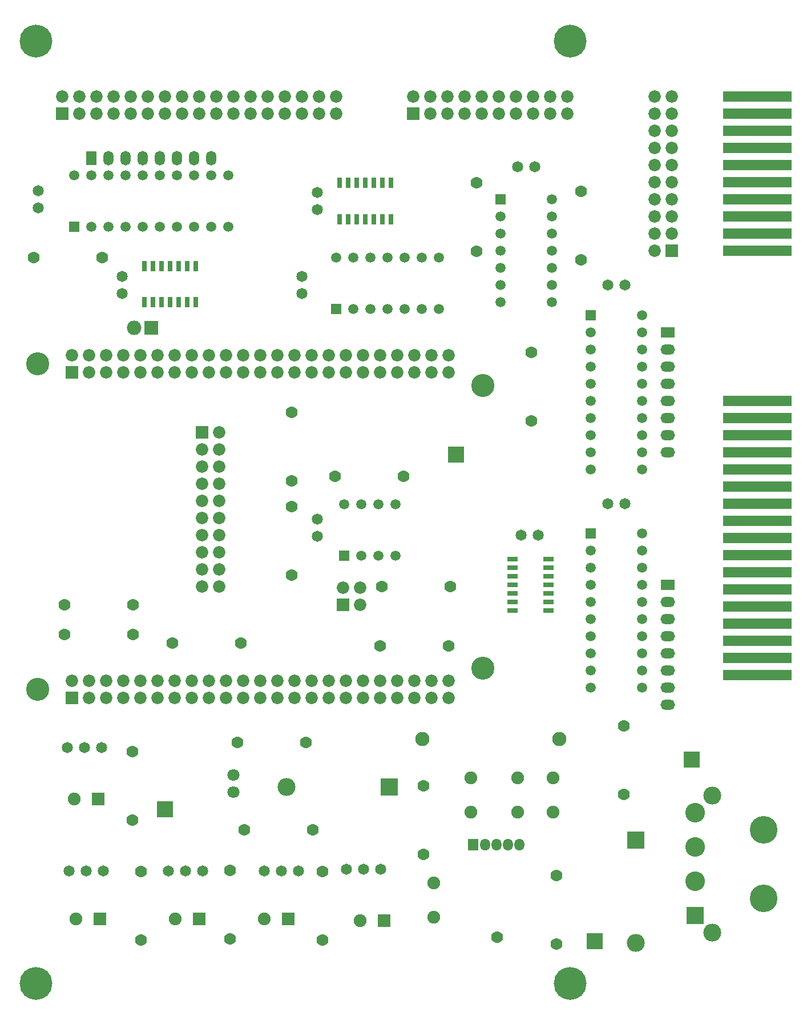
<source format=gts>
%FSLAX34Y34*%
G04 Gerber Fmt 3.4, Leading zero omitted, Abs format*
G04 (created by PCBNEW (2014-02-12 BZR 4693)-product) date Sun 08 Jun 2014 08:36:32 PM EDT*
%MOIN*%
G01*
G70*
G90*
G04 APERTURE LIST*
%ADD10C,0.006000*%
%ADD11O,0.058724X0.069724*%
%ADD12R,0.058724X0.069724*%
%ADD13C,0.069724*%
%ADD14C,0.134724*%
%ADD15R,0.072724X0.072724*%
%ADD16C,0.072724*%
%ADD17R,0.404724X0.064724*%
%ADD18C,0.083424*%
%ADD19C,0.104724*%
%ADD20R,0.104724X0.104724*%
%ADD21R,0.084724X0.084724*%
%ADD22O,0.084724X0.084724*%
%ADD23O,0.072724X0.072724*%
%ADD24R,0.059724X0.059724*%
%ADD25C,0.059724*%
%ADD26C,0.191724*%
%ADD27R,0.074724X0.074724*%
%ADD28C,0.074724*%
%ADD29C,0.070724*%
%ADD30R,0.092724X0.092724*%
%ADD31R,0.059724X0.084724*%
%ADD32O,0.059724X0.084724*%
%ADD33R,0.084724X0.059724*%
%ADD34O,0.084724X0.059724*%
%ADD35C,0.114724*%
%ADD36C,0.161724*%
%ADD37C,0.064724*%
%ADD38R,0.028346X0.063780*%
%ADD39R,0.063780X0.028346*%
G04 APERTURE END LIST*
G54D10*
G54D11*
X76340Y-54180D03*
X75670Y-54180D03*
X75000Y-54180D03*
X74330Y-54180D03*
G54D12*
X73660Y-54180D03*
G54D13*
X75030Y-59580D03*
G54D14*
X74200Y-43850D03*
X48200Y-45100D03*
X48200Y-26100D03*
X74200Y-27350D03*
G54D15*
X50200Y-45600D03*
G54D16*
X50200Y-44600D03*
X51200Y-45600D03*
X51200Y-44600D03*
X52200Y-45600D03*
X52200Y-44600D03*
X53200Y-45600D03*
X53200Y-44600D03*
X54200Y-45600D03*
X54200Y-44600D03*
X55200Y-45600D03*
X55200Y-44600D03*
X56200Y-45600D03*
X56200Y-44600D03*
X57200Y-45600D03*
X57200Y-44600D03*
X58200Y-45600D03*
X58200Y-44600D03*
X59200Y-45600D03*
X59200Y-44600D03*
X60200Y-45600D03*
X60200Y-44600D03*
X61200Y-45600D03*
X61200Y-44600D03*
X62200Y-45600D03*
X62200Y-44600D03*
X63200Y-45600D03*
X63200Y-44600D03*
X64200Y-45600D03*
X64200Y-44600D03*
X65200Y-45600D03*
X65200Y-44600D03*
X66200Y-45600D03*
X66200Y-44600D03*
X67200Y-45600D03*
X67200Y-44600D03*
X68200Y-45600D03*
X68200Y-44600D03*
X69200Y-45600D03*
X69200Y-44600D03*
X70200Y-45600D03*
X70200Y-44600D03*
X71200Y-45600D03*
X71200Y-44600D03*
X72200Y-45600D03*
X72200Y-44600D03*
G54D15*
X50200Y-26600D03*
G54D16*
X50200Y-25600D03*
X51200Y-26600D03*
X51200Y-25600D03*
X52200Y-26600D03*
X52200Y-25600D03*
X53200Y-26600D03*
X53200Y-25600D03*
X54200Y-26600D03*
X54200Y-25600D03*
X55200Y-26600D03*
X55200Y-25600D03*
X56200Y-26600D03*
X56200Y-25600D03*
X57200Y-26600D03*
X57200Y-25600D03*
X58200Y-26600D03*
X58200Y-25600D03*
X59200Y-26600D03*
X59200Y-25600D03*
X60200Y-26600D03*
X60200Y-25600D03*
X61200Y-26600D03*
X61200Y-25600D03*
X62200Y-26600D03*
X62200Y-25600D03*
X63200Y-26600D03*
X63200Y-25600D03*
X64200Y-26600D03*
X64200Y-25600D03*
X65200Y-26600D03*
X65200Y-25600D03*
X66200Y-26600D03*
X66200Y-25600D03*
X67200Y-26600D03*
X67200Y-25600D03*
X68200Y-26600D03*
X68200Y-25600D03*
X69200Y-26600D03*
X69200Y-25600D03*
X70200Y-26600D03*
X70200Y-25600D03*
X71200Y-26600D03*
X71200Y-25600D03*
X72200Y-26600D03*
X72200Y-25600D03*
G54D17*
X90250Y-19500D03*
X90250Y-18500D03*
X90250Y-17500D03*
X90250Y-16500D03*
X90250Y-15500D03*
X90250Y-14500D03*
X90250Y-13500D03*
X90250Y-12500D03*
X90250Y-11500D03*
X90250Y-10500D03*
G54D18*
X78687Y-48000D03*
X70687Y-48000D03*
G54D19*
X83150Y-59900D03*
G54D20*
X83150Y-53900D03*
G54D19*
X62750Y-50800D03*
G54D20*
X68750Y-50800D03*
G54D21*
X54850Y-24000D03*
G54D22*
X53850Y-24000D03*
G54D15*
X66050Y-40150D03*
G54D23*
X66050Y-39150D03*
X67050Y-40150D03*
X67050Y-39150D03*
G54D24*
X80500Y-36000D03*
G54D25*
X80500Y-37000D03*
X80500Y-38000D03*
X80500Y-39000D03*
X80500Y-40000D03*
X80500Y-41000D03*
X80500Y-42000D03*
X80500Y-43000D03*
X80500Y-44000D03*
X80500Y-45000D03*
X83500Y-45000D03*
X83500Y-44000D03*
X83500Y-43000D03*
X83500Y-42000D03*
X83500Y-41000D03*
X83500Y-40000D03*
X83500Y-39000D03*
X83500Y-38000D03*
X83500Y-37000D03*
X83500Y-36000D03*
G54D24*
X80500Y-23250D03*
G54D25*
X80500Y-24250D03*
X80500Y-25250D03*
X80500Y-26250D03*
X80500Y-27250D03*
X80500Y-28250D03*
X80500Y-29250D03*
X80500Y-30250D03*
X80500Y-31250D03*
X80500Y-32250D03*
X83500Y-32250D03*
X83500Y-31250D03*
X83500Y-30250D03*
X83500Y-29250D03*
X83500Y-28250D03*
X83500Y-27250D03*
X83500Y-26250D03*
X83500Y-25250D03*
X83500Y-24250D03*
X83500Y-23250D03*
G54D24*
X65650Y-22900D03*
G54D25*
X66650Y-22900D03*
X67650Y-22900D03*
X68650Y-22900D03*
X69650Y-22900D03*
X70650Y-22900D03*
X71650Y-22900D03*
X71650Y-19900D03*
X70650Y-19900D03*
X69650Y-19900D03*
X68650Y-19900D03*
X67650Y-19900D03*
X66650Y-19900D03*
X65650Y-19900D03*
G54D24*
X50350Y-18100D03*
G54D25*
X51350Y-18100D03*
X52350Y-18100D03*
X53350Y-18100D03*
X54350Y-18100D03*
X55350Y-18100D03*
X56350Y-18100D03*
X57350Y-18100D03*
X58350Y-18100D03*
X59350Y-18100D03*
X59350Y-15100D03*
X58350Y-15100D03*
X57350Y-15100D03*
X56350Y-15100D03*
X55350Y-15100D03*
X54350Y-15100D03*
X53350Y-15100D03*
X52350Y-15100D03*
X51350Y-15100D03*
X50350Y-15100D03*
G54D24*
X66124Y-37314D03*
G54D25*
X67124Y-37314D03*
X68124Y-37314D03*
X69124Y-37314D03*
X69124Y-34314D03*
X68124Y-34314D03*
X67124Y-34314D03*
X66124Y-34314D03*
G54D24*
X75250Y-16500D03*
G54D25*
X75250Y-17500D03*
X75250Y-18500D03*
X75250Y-19500D03*
X75250Y-20500D03*
X75250Y-21500D03*
X75250Y-22500D03*
X78250Y-22500D03*
X78250Y-21500D03*
X78250Y-20500D03*
X78250Y-19500D03*
X78250Y-18500D03*
X78250Y-17500D03*
X78250Y-16500D03*
G54D15*
X57800Y-30100D03*
G54D23*
X58800Y-30100D03*
X57800Y-31100D03*
X58800Y-31100D03*
X57800Y-32100D03*
X58800Y-32100D03*
X57800Y-33100D03*
X58800Y-33100D03*
X57800Y-34100D03*
X58800Y-34100D03*
X57800Y-35100D03*
X58800Y-35100D03*
X57800Y-36100D03*
X58800Y-36100D03*
X57800Y-37100D03*
X58800Y-37100D03*
X57800Y-38100D03*
X58800Y-38100D03*
X57800Y-39100D03*
X58800Y-39100D03*
G54D15*
X85250Y-19500D03*
G54D23*
X84250Y-19500D03*
X85250Y-18500D03*
X84250Y-18500D03*
X85250Y-17500D03*
X84250Y-17500D03*
X85250Y-16500D03*
X84250Y-16500D03*
X85250Y-15500D03*
X84250Y-15500D03*
X85250Y-14500D03*
X84250Y-14500D03*
X85250Y-13500D03*
X84250Y-13500D03*
X85250Y-12500D03*
X84250Y-12500D03*
X85250Y-11500D03*
X84250Y-11500D03*
X85250Y-10500D03*
X84250Y-10500D03*
G54D15*
X70150Y-11500D03*
G54D23*
X70150Y-10500D03*
X71150Y-11500D03*
X71150Y-10500D03*
X72150Y-11500D03*
X72150Y-10500D03*
X73150Y-11500D03*
X73150Y-10500D03*
X74150Y-11500D03*
X74150Y-10500D03*
X75150Y-11500D03*
X75150Y-10500D03*
X76150Y-11500D03*
X76150Y-10500D03*
X77150Y-11500D03*
X77150Y-10500D03*
X78150Y-11500D03*
X78150Y-10500D03*
X79150Y-11500D03*
X79150Y-10500D03*
G54D26*
X48100Y-62250D03*
X79300Y-7250D03*
X79300Y-62250D03*
X48100Y-7250D03*
G54D27*
X51730Y-51500D03*
G54D28*
X50350Y-51500D03*
G54D27*
X68430Y-58600D03*
G54D28*
X67050Y-58600D03*
G54D27*
X62830Y-58500D03*
G54D28*
X61450Y-58500D03*
G54D27*
X57630Y-58500D03*
G54D28*
X56250Y-58500D03*
G54D27*
X51830Y-58500D03*
G54D28*
X50450Y-58500D03*
G54D15*
X49650Y-11500D03*
G54D23*
X49650Y-10500D03*
X50650Y-11500D03*
X50650Y-10500D03*
X51650Y-11500D03*
X51650Y-10500D03*
X52650Y-11500D03*
X52650Y-10500D03*
X53650Y-11500D03*
X53650Y-10500D03*
X54650Y-11500D03*
X54650Y-10500D03*
X55650Y-11500D03*
X55650Y-10500D03*
X56650Y-11500D03*
X56650Y-10500D03*
X57650Y-11500D03*
X57650Y-10500D03*
X58650Y-11500D03*
X58650Y-10500D03*
X59650Y-11500D03*
X59650Y-10500D03*
X60650Y-11500D03*
X60650Y-10500D03*
X61650Y-11500D03*
X61650Y-10500D03*
X62650Y-11500D03*
X62650Y-10500D03*
X63650Y-11500D03*
X63650Y-10500D03*
X64650Y-11500D03*
X64650Y-10500D03*
X65650Y-11500D03*
X65650Y-10500D03*
G54D29*
X59650Y-50100D03*
X59650Y-51100D03*
G54D17*
X90250Y-44250D03*
X90250Y-43250D03*
X90250Y-42250D03*
X90250Y-41250D03*
X90250Y-40250D03*
X90250Y-39250D03*
X90250Y-38250D03*
X90250Y-37250D03*
X90250Y-36250D03*
X90250Y-35250D03*
X90250Y-34250D03*
X90250Y-33250D03*
X90250Y-32250D03*
X90250Y-31250D03*
X90250Y-30250D03*
X90250Y-29250D03*
X90250Y-28250D03*
G54D30*
X72650Y-31400D03*
X55650Y-52100D03*
X80750Y-59800D03*
X86400Y-49200D03*
G54D31*
X51350Y-14100D03*
G54D32*
X52350Y-14100D03*
X53350Y-14100D03*
X54350Y-14100D03*
X55350Y-14100D03*
X56350Y-14100D03*
X57350Y-14100D03*
X58350Y-14100D03*
G54D33*
X85000Y-24250D03*
G54D34*
X85000Y-25250D03*
X85000Y-26250D03*
X85000Y-27250D03*
X85000Y-28250D03*
X85000Y-29250D03*
X85000Y-30250D03*
X85000Y-31250D03*
G54D33*
X85000Y-39000D03*
G54D34*
X85000Y-40000D03*
X85000Y-41000D03*
X85000Y-42000D03*
X85000Y-43000D03*
X85000Y-44000D03*
X85000Y-45000D03*
X85000Y-46000D03*
G54D20*
X86600Y-58300D03*
G54D35*
X86600Y-56300D03*
X86600Y-54300D03*
X86600Y-52300D03*
G54D36*
X90600Y-53300D03*
X90600Y-57300D03*
G54D19*
X87600Y-51300D03*
X87600Y-59300D03*
G54D13*
X56081Y-42400D03*
X60081Y-42400D03*
X77050Y-25431D03*
X77050Y-29431D03*
X53769Y-40150D03*
X49769Y-40150D03*
X73850Y-19519D03*
X73850Y-15519D03*
X53769Y-41900D03*
X49769Y-41900D03*
X51969Y-19900D03*
X47969Y-19900D03*
X64850Y-55731D03*
X64850Y-59731D03*
X60281Y-53300D03*
X64281Y-53300D03*
X59450Y-59669D03*
X59450Y-55669D03*
X54250Y-55731D03*
X54250Y-59731D03*
X53750Y-48731D03*
X53750Y-52731D03*
X63869Y-48200D03*
X59869Y-48200D03*
X82450Y-47231D03*
X82450Y-51231D03*
X72219Y-42550D03*
X68219Y-42550D03*
X63050Y-34431D03*
X63050Y-38431D03*
X72319Y-39100D03*
X68319Y-39100D03*
X78500Y-59969D03*
X78500Y-55969D03*
X65581Y-32650D03*
X69581Y-32650D03*
X63050Y-28931D03*
X63050Y-32931D03*
X79950Y-16031D03*
X79950Y-20031D03*
X70750Y-50731D03*
X70750Y-54731D03*
G54D37*
X63650Y-21000D03*
X63650Y-22000D03*
X64550Y-16100D03*
X64550Y-17100D03*
X82500Y-34250D03*
X81500Y-34250D03*
X77450Y-36100D03*
X76450Y-36100D03*
X77250Y-14600D03*
X76250Y-14600D03*
X53150Y-21000D03*
X53150Y-22000D03*
X48250Y-16000D03*
X48250Y-17000D03*
X64550Y-35150D03*
X64550Y-36150D03*
X82500Y-21500D03*
X81500Y-21500D03*
X50950Y-48500D03*
X51950Y-48500D03*
X49950Y-48500D03*
X51050Y-55700D03*
X52050Y-55700D03*
X50050Y-55700D03*
X56850Y-55700D03*
X57850Y-55700D03*
X55850Y-55700D03*
X62450Y-55700D03*
X63450Y-55700D03*
X61450Y-55700D03*
X67250Y-55600D03*
X68250Y-55600D03*
X66250Y-55600D03*
G54D38*
X65850Y-17662D03*
X66350Y-17662D03*
X66850Y-17662D03*
X67350Y-17662D03*
X67850Y-17662D03*
X68350Y-17662D03*
X68850Y-17662D03*
X68850Y-15537D03*
X68350Y-15537D03*
X67850Y-15537D03*
X67350Y-15537D03*
X66850Y-15537D03*
X66350Y-15537D03*
X65850Y-15537D03*
G54D39*
X75937Y-37500D03*
X75937Y-38000D03*
X75937Y-38500D03*
X75937Y-39000D03*
X75937Y-39500D03*
X75937Y-40000D03*
X75937Y-40500D03*
X78062Y-40500D03*
X78062Y-40000D03*
X78062Y-39500D03*
X78062Y-39000D03*
X78062Y-38500D03*
X78062Y-38000D03*
X78062Y-37500D03*
G54D38*
X54450Y-22512D03*
X54950Y-22512D03*
X55450Y-22512D03*
X55950Y-22512D03*
X56450Y-22512D03*
X56950Y-22512D03*
X57450Y-22512D03*
X57450Y-20387D03*
X56950Y-20387D03*
X56450Y-20387D03*
X55950Y-20387D03*
X55450Y-20387D03*
X54950Y-20387D03*
X54450Y-20387D03*
G54D28*
X71350Y-56400D03*
X71350Y-58400D03*
X78300Y-52250D03*
X78300Y-50250D03*
X76250Y-52250D03*
X76250Y-50250D03*
X73500Y-52250D03*
X73500Y-50250D03*
M02*

</source>
